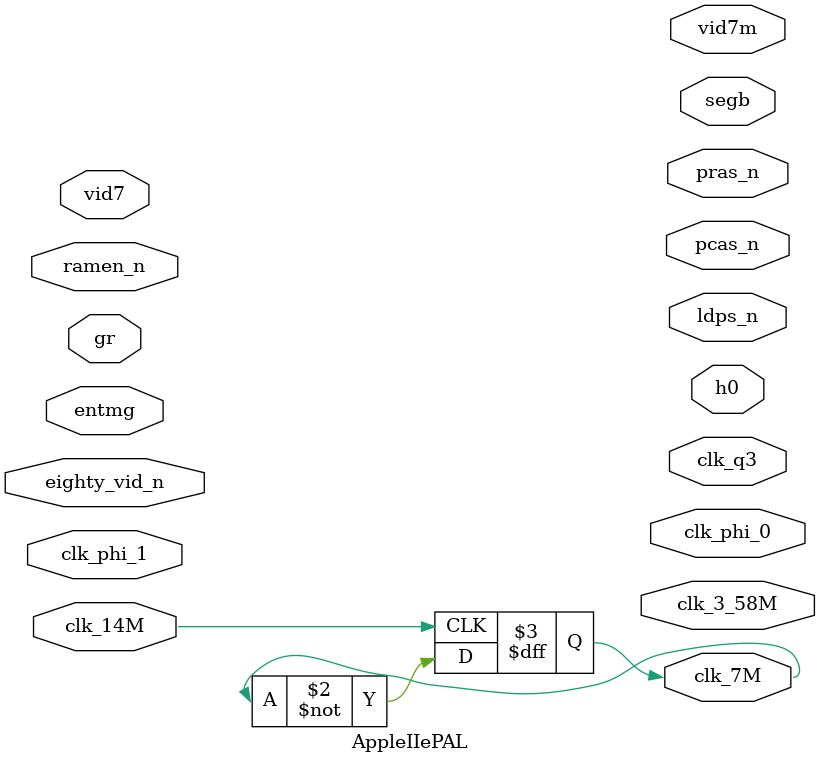
<source format=v>
/* All Apple ][e variants include a single PAL that derives clock from the
 * main 14.318MHz system clock and generates other timing-critical control
 * signals.
 *
 * Note: clocks generated by this PAL need their corresponding generated
 * clock constraints added via an SDC or XDC.  See constraints/apple_ii_pal.xdc.
 */

module AppleIIePAL(
    input clk_14M,

    output reg clk_7M,
    output clk_3_58M,
    output reg clk_q3,
    output clk_phi_0,

    // RAM address strobes
    input clk_phi_1,
    input ramen_n,
    output reg pcas_n,
    output reg pras_n,

    input vid7,
    input gr,
    input eighty_vid_n,
    input entmg,

    output h0,
    output segb,
    output ldps_n,
    output vid7m
    );

    always @(posedge clk_14M)
    clk_7M <= ~clk_7M;
endmodule

</source>
